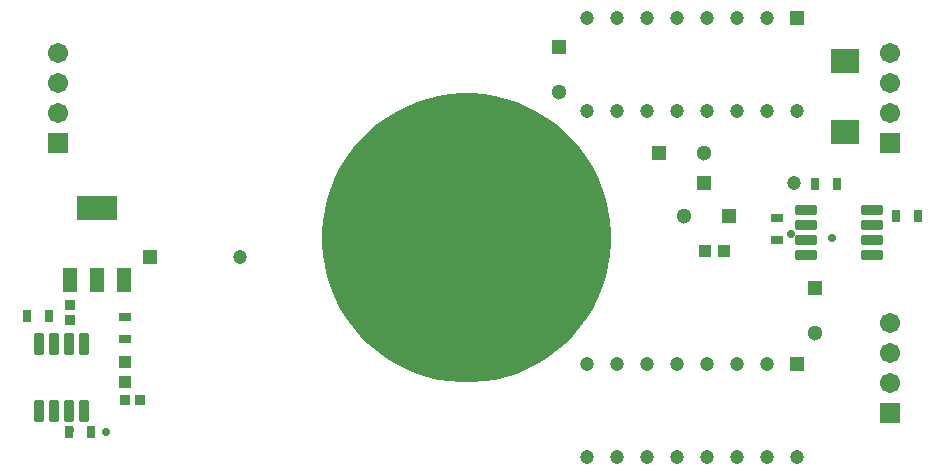
<source format=gbr>
%TF.GenerationSoftware,Altium Limited,Altium Designer,20.2.5 (213)*%
G04 Layer_Color=8388736*
%FSLAX45Y45*%
%MOMM*%
%TF.SameCoordinates,5D993310-1A5F-4332-B3F0-AAC5B6D9B5DA*%
%TF.FilePolarity,Negative*%
%TF.FileFunction,Soldermask,Top*%
%TF.Part,Single*%
G01*
G75*
%TA.AperFunction,SMDPad,CuDef*%
%ADD11R,0.75620X1.10620*%
%ADD12R,1.13504X1.06213*%
%ADD16R,2.33000X1.99000*%
%ADD17R,1.10620X0.75620*%
%ADD18R,1.06213X1.13504*%
%ADD20R,0.85490X0.90620*%
%ADD21R,0.90620X0.85490*%
%TA.AperFunction,ComponentPad*%
%ADD24R,1.30000X1.30000*%
%ADD25C,1.30000*%
%ADD26R,1.30000X1.30000*%
%ADD27R,1.20000X1.20000*%
%ADD28C,1.20000*%
%ADD30R,1.20000X1.20000*%
%ADD34R,1.70320X1.70320*%
%ADD35C,1.70320*%
%TA.AperFunction,ViaPad*%
%ADD36C,1.72720*%
%ADD37C,0.70320*%
%TA.AperFunction,SMDPad,CuDef*%
%ADD41R,1.15320X2.10320*%
%ADD42R,3.45320X2.10320*%
G04:AMPARAMS|DCode=43|XSize=0.8532mm|YSize=1.8532mm|CornerRadius=0.15035mm|HoleSize=0mm|Usage=FLASHONLY|Rotation=180.000|XOffset=0mm|YOffset=0mm|HoleType=Round|Shape=RoundedRectangle|*
%AMROUNDEDRECTD43*
21,1,0.85320,1.55250,0,0,180.0*
21,1,0.55250,1.85320,0,0,180.0*
1,1,0.30070,-0.27625,0.77625*
1,1,0.30070,0.27625,0.77625*
1,1,0.30070,0.27625,-0.77625*
1,1,0.30070,-0.27625,-0.77625*
%
%ADD43ROUNDEDRECTD43*%
G04:AMPARAMS|DCode=44|XSize=0.8532mm|YSize=1.8532mm|CornerRadius=0.15035mm|HoleSize=0mm|Usage=FLASHONLY|Rotation=270.000|XOffset=0mm|YOffset=0mm|HoleType=Round|Shape=RoundedRectangle|*
%AMROUNDEDRECTD44*
21,1,0.85320,1.55250,0,0,270.0*
21,1,0.55250,1.85320,0,0,270.0*
1,1,0.30070,-0.77625,-0.27625*
1,1,0.30070,-0.77625,0.27625*
1,1,0.30070,0.77625,0.27625*
1,1,0.30070,0.77625,-0.27625*
%
%ADD44ROUNDEDRECTD44*%
G36*
X3257009Y7384281D02*
Y7336228D01*
X3264549Y7240420D01*
X3279583Y7145499D01*
X3302018Y7052050D01*
X3331716Y6960650D01*
X3368493Y6871861D01*
X3412124Y6786232D01*
X3462338Y6704289D01*
X3518827Y6626539D01*
X3581242Y6553461D01*
X3649197Y6485505D01*
X3722276Y6423090D01*
X3800026Y6366601D01*
X3881968Y6316387D01*
X3967598Y6272757D01*
X4056386Y6235979D01*
X4147787Y6206281D01*
X4241236Y6183846D01*
X4336157Y6168812D01*
X4431965Y6161272D01*
X4480017D01*
X4528069D01*
X4623877Y6168812D01*
X4718798Y6183846D01*
X4812247Y6206281D01*
X4903648Y6235979D01*
X4992437Y6272757D01*
X5078066Y6316387D01*
X5160008Y6366601D01*
X5237758Y6423090D01*
X5310837Y6485505D01*
X5378793Y6553461D01*
X5441207Y6626539D01*
X5497696Y6704289D01*
X5547910Y6786232D01*
X5591541Y6871861D01*
X5628318Y6960650D01*
X5658016Y7052050D01*
X5680451Y7145499D01*
X5695485Y7240420D01*
X5703026Y7336228D01*
Y7384281D01*
Y7432333D01*
X5695485Y7528141D01*
X5680451Y7623062D01*
X5658016Y7716511D01*
X5628318Y7807911D01*
X5591541Y7896700D01*
X5547910Y7982329D01*
X5497696Y8064272D01*
X5441207Y8142022D01*
X5378793Y8215100D01*
X5310837Y8283056D01*
X5237758Y8345471D01*
X5160008Y8401960D01*
X5078066Y8452174D01*
X4992437Y8495804D01*
X4903648Y8532582D01*
X4812247Y8562280D01*
X4718798Y8584715D01*
X4623877Y8599749D01*
X4528069Y8607289D01*
X4480017D01*
X4431965D01*
X4336157Y8599749D01*
X4241236Y8584715D01*
X4147787Y8562280D01*
X4056386Y8532582D01*
X3967598Y8495804D01*
X3881968Y8452174D01*
X3800026Y8401960D01*
X3722276Y8345471D01*
X3649197Y8283056D01*
X3581242Y8215100D01*
X3518827Y8142022D01*
X3462338Y8064272D01*
X3412124Y7982329D01*
X3368493Y7896700D01*
X3331716Y7807911D01*
X3302018Y7716511D01*
X3279583Y7623062D01*
X3264549Y7528141D01*
X3257009Y7432333D01*
Y7384281D01*
D01*
D02*
G37*
D11*
X8302500Y7570000D02*
D03*
X8117500D02*
D03*
X1117500Y5740000D02*
D03*
X1302500D02*
D03*
X7615200Y7842700D02*
D03*
X7430200D02*
D03*
X757701Y6722700D02*
D03*
X942700D02*
D03*
D12*
X6661539Y7270000D02*
D03*
X6498461D02*
D03*
D16*
X7680000Y8278000D02*
D03*
Y8880000D02*
D03*
D17*
X7110000Y7367500D02*
D03*
Y7552500D02*
D03*
X1590000Y6712500D02*
D03*
Y6527500D02*
D03*
D18*
Y6331540D02*
D03*
Y6168461D02*
D03*
D20*
X1712565Y6010000D02*
D03*
X1587435D02*
D03*
D21*
X1120000Y6812565D02*
D03*
Y6687435D02*
D03*
D24*
X5260000Y9000500D02*
D03*
X7430000Y6960500D02*
D03*
D25*
X5260000Y8619500D02*
D03*
X6319500Y7570000D02*
D03*
X7430000Y6579500D02*
D03*
X4480000Y7136000D02*
D03*
Y7644000D02*
D03*
X4734000Y7390000D02*
D03*
X4659605Y7210395D02*
D03*
X4300395D02*
D03*
X4659605Y7569605D02*
D03*
X4300395D02*
D03*
X6490500Y8100000D02*
D03*
D26*
X6700500Y7570000D02*
D03*
X4226000Y7390000D02*
D03*
X6109500Y8100000D02*
D03*
D27*
X1798700Y7220000D02*
D03*
X6487400Y7850000D02*
D03*
D28*
X2561300Y7220000D02*
D03*
X7250000Y7850000D02*
D03*
X7279000Y8456500D02*
D03*
X7025000D02*
D03*
X6771000D02*
D03*
X6517000D02*
D03*
X6263000D02*
D03*
X6009000D02*
D03*
X5755000D02*
D03*
X5501000D02*
D03*
Y9243500D02*
D03*
X5755000D02*
D03*
X6009000D02*
D03*
X6263000D02*
D03*
X6517000D02*
D03*
X6771000D02*
D03*
X7025000D02*
D03*
X7279000Y5533000D02*
D03*
X7025000D02*
D03*
X6771000D02*
D03*
X6517000D02*
D03*
X6263000D02*
D03*
X6009000D02*
D03*
X5755000D02*
D03*
X5501000D02*
D03*
Y6320000D02*
D03*
X5755000D02*
D03*
X6009000D02*
D03*
X6263000D02*
D03*
X6517000D02*
D03*
X6771000D02*
D03*
X7025000D02*
D03*
D30*
X7279000Y9243500D02*
D03*
Y6320000D02*
D03*
D34*
X8066700Y8190700D02*
D03*
X1024550D02*
D03*
X8066700Y5904700D02*
D03*
D35*
Y8444700D02*
D03*
Y8698700D02*
D03*
Y8952700D02*
D03*
X1024550Y8444700D02*
D03*
Y8698700D02*
D03*
Y8952700D02*
D03*
X8066700Y6666700D02*
D03*
Y6412700D02*
D03*
Y6158700D02*
D03*
D36*
X1350000Y7635000D02*
D03*
D37*
X7571518Y7386395D02*
D03*
X7230100Y7420000D02*
D03*
X1430000Y5740000D02*
D03*
X1120000Y5760000D02*
D03*
X1243200Y5920200D02*
D03*
X7915200Y7623058D02*
D03*
X7110000Y7552500D02*
D03*
X757701Y6722700D02*
D03*
D41*
X1120000Y7025000D02*
D03*
X1350000Y7025000D02*
D03*
X1580000Y7025000D02*
D03*
D42*
X1350000Y7635000D02*
D03*
D43*
X862200Y5920200D02*
D03*
X989200D02*
D03*
X1116200D02*
D03*
X1243200D02*
D03*
X862200Y6485200D02*
D03*
X989200D02*
D03*
X1116200D02*
D03*
X1243200D02*
D03*
D44*
X7350200Y7623058D02*
D03*
Y7496058D02*
D03*
Y7369058D02*
D03*
Y7242058D02*
D03*
X7915200Y7623058D02*
D03*
Y7496058D02*
D03*
Y7369058D02*
D03*
Y7242058D02*
D03*
%TF.MD5,80526edf3faefac03294e993b956dd26*%
M02*

</source>
